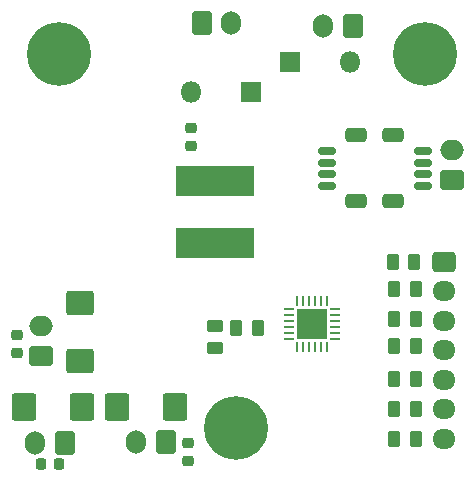
<source format=gbr>
%TF.GenerationSoftware,KiCad,Pcbnew,(6.0.1)*%
%TF.CreationDate,2022-02-28T21:32:53-07:00*%
%TF.ProjectId,PowerBackup,506f7765-7242-4616-936b-75702e6b6963,rev?*%
%TF.SameCoordinates,Original*%
%TF.FileFunction,Soldermask,Bot*%
%TF.FilePolarity,Negative*%
%FSLAX46Y46*%
G04 Gerber Fmt 4.6, Leading zero omitted, Abs format (unit mm)*
G04 Created by KiCad (PCBNEW (6.0.1)) date 2022-02-28 21:32:53*
%MOMM*%
%LPD*%
G01*
G04 APERTURE LIST*
G04 Aperture macros list*
%AMRoundRect*
0 Rectangle with rounded corners*
0 $1 Rounding radius*
0 $2 $3 $4 $5 $6 $7 $8 $9 X,Y pos of 4 corners*
0 Add a 4 corners polygon primitive as box body*
4,1,4,$2,$3,$4,$5,$6,$7,$8,$9,$2,$3,0*
0 Add four circle primitives for the rounded corners*
1,1,$1+$1,$2,$3*
1,1,$1+$1,$4,$5*
1,1,$1+$1,$6,$7*
1,1,$1+$1,$8,$9*
0 Add four rect primitives between the rounded corners*
20,1,$1+$1,$2,$3,$4,$5,0*
20,1,$1+$1,$4,$5,$6,$7,0*
20,1,$1+$1,$6,$7,$8,$9,0*
20,1,$1+$1,$8,$9,$2,$3,0*%
G04 Aperture macros list end*
%ADD10R,1.800000X1.800000*%
%ADD11O,1.800000X1.800000*%
%ADD12RoundRect,0.250000X0.750000X-0.600000X0.750000X0.600000X-0.750000X0.600000X-0.750000X-0.600000X0*%
%ADD13O,2.000000X1.700000*%
%ADD14RoundRect,0.250000X0.600000X0.750000X-0.600000X0.750000X-0.600000X-0.750000X0.600000X-0.750000X0*%
%ADD15O,1.700000X2.000000*%
%ADD16RoundRect,0.250000X-0.725000X0.600000X-0.725000X-0.600000X0.725000X-0.600000X0.725000X0.600000X0*%
%ADD17O,1.950000X1.700000*%
%ADD18C,5.400000*%
%ADD19RoundRect,0.250000X-0.600000X-0.750000X0.600000X-0.750000X0.600000X0.750000X-0.600000X0.750000X0*%
%ADD20RoundRect,0.250000X0.925000X-0.787500X0.925000X0.787500X-0.925000X0.787500X-0.925000X-0.787500X0*%
%ADD21RoundRect,0.225000X0.225000X0.250000X-0.225000X0.250000X-0.225000X-0.250000X0.225000X-0.250000X0*%
%ADD22RoundRect,0.250000X0.262500X0.450000X-0.262500X0.450000X-0.262500X-0.450000X0.262500X-0.450000X0*%
%ADD23RoundRect,0.250000X0.787500X0.925000X-0.787500X0.925000X-0.787500X-0.925000X0.787500X-0.925000X0*%
%ADD24RoundRect,0.225000X-0.250000X0.225000X-0.250000X-0.225000X0.250000X-0.225000X0.250000X0.225000X0*%
%ADD25RoundRect,0.225000X0.250000X-0.225000X0.250000X0.225000X-0.250000X0.225000X-0.250000X-0.225000X0*%
%ADD26RoundRect,0.062500X0.375000X0.062500X-0.375000X0.062500X-0.375000X-0.062500X0.375000X-0.062500X0*%
%ADD27RoundRect,0.062500X0.062500X0.375000X-0.062500X0.375000X-0.062500X-0.375000X0.062500X-0.375000X0*%
%ADD28R,2.500000X2.500000*%
%ADD29RoundRect,0.150000X-0.625000X0.150000X-0.625000X-0.150000X0.625000X-0.150000X0.625000X0.150000X0*%
%ADD30RoundRect,0.250000X-0.650000X0.350000X-0.650000X-0.350000X0.650000X-0.350000X0.650000X0.350000X0*%
%ADD31RoundRect,0.250000X-0.450000X0.262500X-0.450000X-0.262500X0.450000X-0.262500X0.450000X0.262500X0*%
%ADD32RoundRect,0.150000X0.625000X-0.150000X0.625000X0.150000X-0.625000X0.150000X-0.625000X-0.150000X0*%
%ADD33RoundRect,0.250000X0.650000X-0.350000X0.650000X0.350000X-0.650000X0.350000X-0.650000X-0.350000X0*%
%ADD34R,6.700000X2.500000*%
G04 APERTURE END LIST*
D10*
%TO.C,D1*%
X134635000Y-83100000D03*
D11*
X139715000Y-83100000D03*
%TD*%
D12*
%TO.C,J6*%
X148325000Y-93025000D03*
D13*
X148325000Y-90525000D03*
%TD*%
D12*
%TO.C,J8*%
X113521000Y-107930000D03*
D13*
X113521000Y-105430000D03*
%TD*%
D10*
%TO.C,D2*%
X131365000Y-85600000D03*
D11*
X126285000Y-85600000D03*
%TD*%
D14*
%TO.C,J9*%
X124100000Y-115275000D03*
D15*
X121600000Y-115275000D03*
%TD*%
D16*
%TO.C,J2*%
X147628764Y-99960836D03*
D17*
X147628764Y-102460836D03*
X147628764Y-104960836D03*
X147628764Y-107460836D03*
X147628764Y-109960836D03*
X147628764Y-112460836D03*
X147628764Y-114960836D03*
%TD*%
D18*
%TO.C,H3*%
X130048000Y-114046000D03*
%TD*%
%TO.C,H1*%
X115062000Y-82423000D03*
%TD*%
D19*
%TO.C,J7*%
X127150000Y-79775000D03*
D15*
X129650000Y-79775000D03*
%TD*%
D18*
%TO.C,H2*%
X146050000Y-82423000D03*
%TD*%
D14*
%TO.C,J10*%
X115550000Y-115333000D03*
D15*
X113050000Y-115333000D03*
%TD*%
D20*
%TO.C,C22*%
X116840000Y-108380500D03*
X116840000Y-103455500D03*
%TD*%
D14*
%TO.C,J1*%
X139954000Y-80010000D03*
D15*
X137454000Y-80010000D03*
%TD*%
D21*
%TO.C,C20*%
X115075000Y-117094000D03*
X113525000Y-117094000D03*
%TD*%
D22*
%TO.C,R1*%
X145162500Y-100000000D03*
X143337500Y-100000000D03*
%TD*%
%TO.C,R7*%
X145266000Y-112446000D03*
X143441000Y-112446000D03*
%TD*%
D23*
%TO.C,C23*%
X117016500Y-112268000D03*
X112091500Y-112268000D03*
%TD*%
D24*
%TO.C,C21*%
X125984000Y-115303000D03*
X125984000Y-116853000D03*
%TD*%
D23*
%TO.C,C24*%
X124890500Y-112268000D03*
X119965500Y-112268000D03*
%TD*%
D22*
%TO.C,R4*%
X145266000Y-114986000D03*
X143441000Y-114986000D03*
%TD*%
D25*
%TO.C,C19*%
X111506000Y-107709000D03*
X111506000Y-106159000D03*
%TD*%
D24*
%TO.C,C13*%
X126238000Y-88633000D03*
X126238000Y-90183000D03*
%TD*%
D22*
%TO.C,R5*%
X145266000Y-107112000D03*
X143441000Y-107112000D03*
%TD*%
D26*
%TO.C,U1*%
X138437500Y-104000000D03*
X138437500Y-104500000D03*
X138437500Y-105000000D03*
X138437500Y-105500000D03*
X138437500Y-106000000D03*
X138437500Y-106500000D03*
D27*
X137750000Y-107187500D03*
X137250000Y-107187500D03*
X136750000Y-107187500D03*
X136250000Y-107187500D03*
X135750000Y-107187500D03*
X135250000Y-107187500D03*
D26*
X134562500Y-106500000D03*
X134562500Y-106000000D03*
X134562500Y-105500000D03*
X134562500Y-105000000D03*
X134562500Y-104500000D03*
X134562500Y-104000000D03*
D27*
X135250000Y-103312500D03*
X135750000Y-103312500D03*
X136250000Y-103312500D03*
X136750000Y-103312500D03*
X137250000Y-103312500D03*
X137750000Y-103312500D03*
D28*
X136500000Y-105250000D03*
%TD*%
D22*
%TO.C,R6*%
X145266000Y-102286000D03*
X143441000Y-102286000D03*
%TD*%
D29*
%TO.C,J5*%
X145875000Y-90575000D03*
X145875000Y-91575000D03*
X145875000Y-92575000D03*
X145875000Y-93575000D03*
D30*
X143350000Y-94875000D03*
X143350000Y-89275000D03*
%TD*%
D22*
%TO.C,R24*%
X131912500Y-105600000D03*
X130087500Y-105600000D03*
%TD*%
%TO.C,R2*%
X145266000Y-104826000D03*
X143441000Y-104826000D03*
%TD*%
D31*
%TO.C,R14*%
X128250000Y-105437500D03*
X128250000Y-107262500D03*
%TD*%
D32*
%TO.C,J3*%
X137725000Y-93575000D03*
X137725000Y-92575000D03*
X137725000Y-91575000D03*
X137725000Y-90575000D03*
D33*
X140250000Y-94875000D03*
X140250000Y-89275000D03*
%TD*%
D22*
%TO.C,R3*%
X145266000Y-109906000D03*
X143441000Y-109906000D03*
%TD*%
D34*
%TO.C,L1*%
X128270000Y-93108000D03*
X128270000Y-98408000D03*
%TD*%
M02*

</source>
